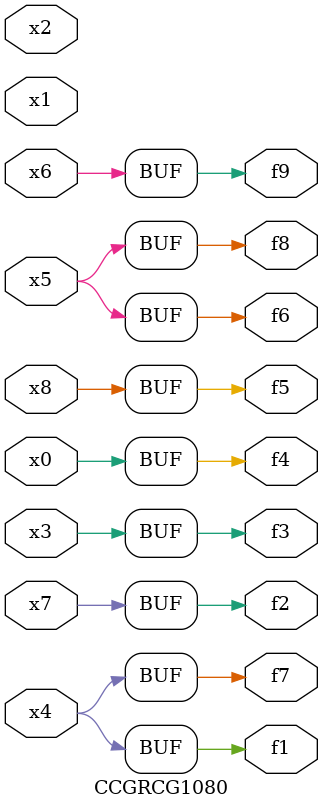
<source format=v>
module CCGRCG1080(
	input x0, x1, x2, x3, x4, x5, x6, x7, x8,
	output f1, f2, f3, f4, f5, f6, f7, f8, f9
);
	assign f1 = x4;
	assign f2 = x7;
	assign f3 = x3;
	assign f4 = x0;
	assign f5 = x8;
	assign f6 = x5;
	assign f7 = x4;
	assign f8 = x5;
	assign f9 = x6;
endmodule

</source>
